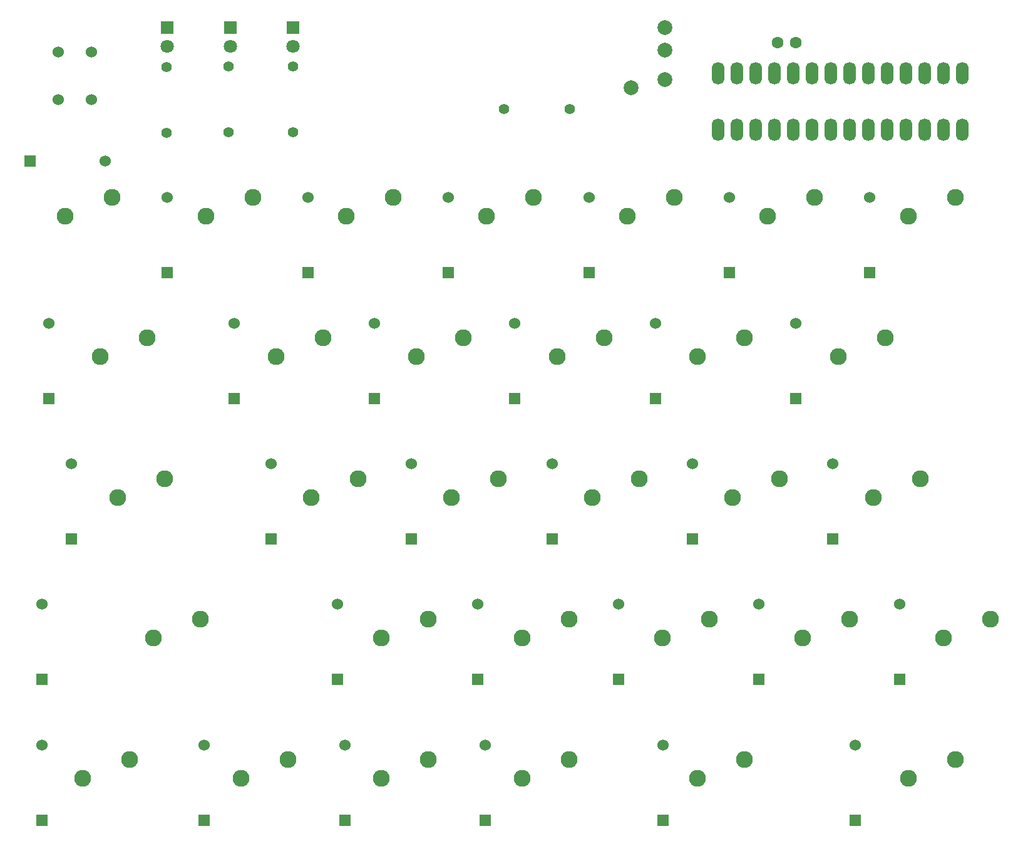
<source format=gbr>
G04 #@! TF.FileFunction,Soldermask,Top*
%FSLAX46Y46*%
G04 Gerber Fmt 4.6, Leading zero omitted, Abs format (unit mm)*
G04 Created by KiCad (PCBNEW 4.0.1-stable) date 2017/02/02 22:45:04*
%MOMM*%
G01*
G04 APERTURE LIST*
%ADD10C,0.100000*%
%ADD11R,1.524000X1.524000*%
%ADD12C,1.524000*%
%ADD13C,2.000000*%
%ADD14C,1.397000*%
%ADD15C,2.286000*%
%ADD16O,1.720800X3.041600*%
%ADD17C,1.600000*%
%ADD18R,1.800000X1.800000*%
%ADD19C,1.800000*%
G04 APERTURE END LIST*
D10*
D11*
X31420000Y-50000000D03*
D12*
X41580000Y-50000000D03*
D11*
X50000000Y-65080000D03*
D12*
X50000000Y-54920000D03*
D11*
X69000000Y-65080000D03*
D12*
X69000000Y-54920000D03*
D11*
X88000000Y-65080000D03*
D12*
X88000000Y-54920000D03*
D11*
X107000000Y-65080000D03*
D12*
X107000000Y-54920000D03*
D11*
X126000000Y-65080000D03*
D12*
X126000000Y-54920000D03*
D11*
X145000000Y-65080000D03*
D12*
X145000000Y-54920000D03*
D11*
X34000000Y-82080000D03*
D12*
X34000000Y-71920000D03*
D11*
X59000000Y-82080000D03*
D12*
X59000000Y-71920000D03*
D11*
X78000000Y-82080000D03*
D12*
X78000000Y-71920000D03*
D11*
X97000000Y-82080000D03*
D12*
X97000000Y-71920000D03*
D11*
X116000000Y-82080000D03*
D12*
X116000000Y-71920000D03*
D11*
X135000000Y-82080000D03*
D12*
X135000000Y-71920000D03*
D11*
X37000000Y-101080000D03*
D12*
X37000000Y-90920000D03*
D11*
X64000000Y-101080000D03*
D12*
X64000000Y-90920000D03*
D11*
X83000000Y-101080000D03*
D12*
X83000000Y-90920000D03*
D11*
X102000000Y-101080000D03*
D12*
X102000000Y-90920000D03*
D11*
X121000000Y-101080000D03*
D12*
X121000000Y-90920000D03*
D11*
X140000000Y-101080000D03*
D12*
X140000000Y-90920000D03*
D11*
X33000000Y-120080000D03*
D12*
X33000000Y-109920000D03*
D11*
X73000000Y-120080000D03*
D12*
X73000000Y-109920000D03*
D11*
X92000000Y-120080000D03*
D12*
X92000000Y-109920000D03*
D11*
X111000000Y-120080000D03*
D12*
X111000000Y-109920000D03*
D11*
X130000000Y-120080000D03*
D12*
X130000000Y-109920000D03*
D11*
X149000000Y-120080000D03*
D12*
X149000000Y-109920000D03*
D11*
X33000000Y-139080000D03*
D12*
X33000000Y-128920000D03*
D11*
X55000000Y-139080000D03*
D12*
X55000000Y-128920000D03*
D11*
X74000000Y-139080000D03*
D12*
X74000000Y-128920000D03*
D11*
X93000000Y-139080000D03*
D12*
X93000000Y-128920000D03*
D11*
X117000000Y-139080000D03*
D12*
X117000000Y-128920000D03*
D11*
X143000000Y-139080000D03*
D12*
X143000000Y-128920000D03*
D13*
X117300000Y-32000000D03*
X117300000Y-35000000D03*
X112700000Y-40100000D03*
X117300000Y-39000000D03*
D14*
X95555000Y-43000000D03*
X104445000Y-43000000D03*
X49900000Y-46245000D03*
X49900000Y-37355000D03*
X58300000Y-46145000D03*
X58300000Y-37255000D03*
X67000000Y-46145000D03*
X67000000Y-37255000D03*
D15*
X42540000Y-54920000D03*
X36190000Y-57460000D03*
X61540000Y-54920000D03*
X55190000Y-57460000D03*
X80540000Y-54920000D03*
X74190000Y-57460000D03*
X99540000Y-54920000D03*
X93190000Y-57460000D03*
X118540000Y-54920000D03*
X112190000Y-57460000D03*
X137540000Y-54920000D03*
X131190000Y-57460000D03*
X156540000Y-54920000D03*
X150190000Y-57460000D03*
X47290000Y-73920000D03*
X40940000Y-76460000D03*
X71040000Y-73920000D03*
X64690000Y-76460000D03*
X90040000Y-73920000D03*
X83690000Y-76460000D03*
X109040000Y-73920000D03*
X102690000Y-76460000D03*
X128040000Y-73920000D03*
X121690000Y-76460000D03*
X147040000Y-73920000D03*
X140690000Y-76460000D03*
X49665000Y-92920000D03*
X43315000Y-95460000D03*
X75790000Y-92920000D03*
X69440000Y-95460000D03*
X94790000Y-92920000D03*
X88440000Y-95460000D03*
X113790000Y-92920000D03*
X107440000Y-95460000D03*
X132790000Y-92920000D03*
X126440000Y-95460000D03*
X151790000Y-92920000D03*
X145440000Y-95460000D03*
X54415000Y-111920000D03*
X48065000Y-114460000D03*
X85290000Y-111920000D03*
X78940000Y-114460000D03*
X104290000Y-111920000D03*
X97940000Y-114460000D03*
X123290000Y-111920000D03*
X116940000Y-114460000D03*
X142290000Y-111920000D03*
X135940000Y-114460000D03*
X161290000Y-111920000D03*
X154940000Y-114460000D03*
X66290000Y-130920000D03*
X59940000Y-133460000D03*
X85290000Y-130920000D03*
X78940000Y-133460000D03*
D16*
X157510000Y-38190000D03*
X154970000Y-38190000D03*
X152430000Y-38190000D03*
X149890000Y-38190000D03*
X147350000Y-38190000D03*
X144810000Y-38190000D03*
X142270000Y-38190000D03*
X139730000Y-38190000D03*
X137190000Y-38190000D03*
X134650000Y-38190000D03*
X132110000Y-38190000D03*
X129570000Y-38190000D03*
X127030000Y-38190000D03*
X124490000Y-38190000D03*
X124490000Y-45810000D03*
X127030000Y-45810000D03*
X129570000Y-45810000D03*
X132110000Y-45810000D03*
X134650000Y-45810000D03*
X137190000Y-45810000D03*
X139730000Y-45810000D03*
X142270000Y-45810000D03*
X144810000Y-45810000D03*
X147350000Y-45810000D03*
X149890000Y-45810000D03*
X152430000Y-45810000D03*
X154970000Y-45810000D03*
X157510000Y-45810000D03*
D17*
X135000000Y-34000000D03*
X132500000Y-34000000D03*
D18*
X50000000Y-32000000D03*
D19*
X50000000Y-34540000D03*
D18*
X58500000Y-32000000D03*
D19*
X58500000Y-34540000D03*
D18*
X67000000Y-32000000D03*
D19*
X67000000Y-34540000D03*
D12*
X39750000Y-41750000D03*
X35250000Y-41750000D03*
X35250000Y-35250000D03*
X39750000Y-35250000D03*
D15*
X44915000Y-130920000D03*
X38565000Y-133460000D03*
X104290000Y-130920000D03*
X97940000Y-133460000D03*
X128040000Y-130920000D03*
X121690000Y-133460000D03*
X156540000Y-130920000D03*
X150190000Y-133460000D03*
M02*

</source>
